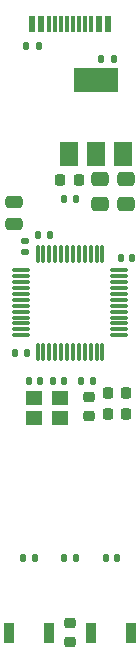
<source format=gtp>
%TF.GenerationSoftware,KiCad,Pcbnew,(6.0.9-0)*%
%TF.CreationDate,2022-12-21T10:02:25+01:00*%
%TF.ProjectId,BluerPill,426c7565-7250-4696-9c6c-2e6b69636164,rev?*%
%TF.SameCoordinates,Original*%
%TF.FileFunction,Paste,Top*%
%TF.FilePolarity,Positive*%
%FSLAX46Y46*%
G04 Gerber Fmt 4.6, Leading zero omitted, Abs format (unit mm)*
G04 Created by KiCad (PCBNEW (6.0.9-0)) date 2022-12-21 10:02:25*
%MOMM*%
%LPD*%
G01*
G04 APERTURE LIST*
G04 Aperture macros list*
%AMRoundRect*
0 Rectangle with rounded corners*
0 $1 Rounding radius*
0 $2 $3 $4 $5 $6 $7 $8 $9 X,Y pos of 4 corners*
0 Add a 4 corners polygon primitive as box body*
4,1,4,$2,$3,$4,$5,$6,$7,$8,$9,$2,$3,0*
0 Add four circle primitives for the rounded corners*
1,1,$1+$1,$2,$3*
1,1,$1+$1,$4,$5*
1,1,$1+$1,$6,$7*
1,1,$1+$1,$8,$9*
0 Add four rect primitives between the rounded corners*
20,1,$1+$1,$2,$3,$4,$5,0*
20,1,$1+$1,$4,$5,$6,$7,0*
20,1,$1+$1,$6,$7,$8,$9,0*
20,1,$1+$1,$8,$9,$2,$3,0*%
G04 Aperture macros list end*
%ADD10RoundRect,0.225000X-0.225000X-0.250000X0.225000X-0.250000X0.225000X0.250000X-0.225000X0.250000X0*%
%ADD11R,0.900000X1.700000*%
%ADD12RoundRect,0.135000X-0.135000X-0.185000X0.135000X-0.185000X0.135000X0.185000X-0.135000X0.185000X0*%
%ADD13R,0.600000X1.450000*%
%ADD14R,0.300000X1.450000*%
%ADD15RoundRect,0.218750X-0.218750X-0.256250X0.218750X-0.256250X0.218750X0.256250X-0.218750X0.256250X0*%
%ADD16RoundRect,0.140000X-0.140000X-0.170000X0.140000X-0.170000X0.140000X0.170000X-0.140000X0.170000X0*%
%ADD17RoundRect,0.135000X0.135000X0.185000X-0.135000X0.185000X-0.135000X-0.185000X0.135000X-0.185000X0*%
%ADD18RoundRect,0.218750X-0.256250X0.218750X-0.256250X-0.218750X0.256250X-0.218750X0.256250X0.218750X0*%
%ADD19RoundRect,0.140000X0.140000X0.170000X-0.140000X0.170000X-0.140000X-0.170000X0.140000X-0.170000X0*%
%ADD20RoundRect,0.140000X-0.170000X0.140000X-0.170000X-0.140000X0.170000X-0.140000X0.170000X0.140000X0*%
%ADD21R,1.500000X2.000000*%
%ADD22R,3.800000X2.000000*%
%ADD23RoundRect,0.250000X0.475000X-0.250000X0.475000X0.250000X-0.475000X0.250000X-0.475000X-0.250000X0*%
%ADD24R,1.400000X1.200000*%
%ADD25RoundRect,0.075000X0.075000X-0.662500X0.075000X0.662500X-0.075000X0.662500X-0.075000X-0.662500X0*%
%ADD26RoundRect,0.075000X0.662500X-0.075000X0.662500X0.075000X-0.662500X0.075000X-0.662500X-0.075000X0*%
%ADD27RoundRect,0.250000X-0.475000X0.337500X-0.475000X-0.337500X0.475000X-0.337500X0.475000X0.337500X0*%
G04 APERTURE END LIST*
D10*
%TO.C,C7*%
X88918750Y-136421250D03*
X90468750Y-136421250D03*
%TD*%
D11*
%TO.C,SW2*%
X90917500Y-154940000D03*
X87517500Y-154940000D03*
%TD*%
D12*
%TO.C,R3*%
X88390000Y-106362500D03*
X89410000Y-106362500D03*
%TD*%
D11*
%TO.C,SW1*%
X80532500Y-154940000D03*
X83932500Y-154940000D03*
%TD*%
D13*
%TO.C,J3*%
X88975000Y-103422500D03*
X88175000Y-103422500D03*
D14*
X86975000Y-103422500D03*
X85975000Y-103422500D03*
X85475000Y-103422500D03*
X84475000Y-103422500D03*
D13*
X83275000Y-103422500D03*
X82475000Y-103422500D03*
X82475000Y-103422500D03*
X83275000Y-103422500D03*
D14*
X83975000Y-103422500D03*
X84975000Y-103422500D03*
X86475000Y-103422500D03*
X87475000Y-103422500D03*
D13*
X88175000Y-103422500D03*
X88975000Y-103422500D03*
%TD*%
D12*
%TO.C,R5*%
X85177500Y-118210000D03*
X86197500Y-118210000D03*
%TD*%
D15*
%TO.C,D1*%
X84900000Y-116622500D03*
X86475000Y-116622500D03*
%TD*%
D16*
%TO.C,C4*%
X81105000Y-131230000D03*
X82065000Y-131230000D03*
%TD*%
D12*
%TO.C,R6*%
X85215000Y-148590000D03*
X86235000Y-148590000D03*
%TD*%
D17*
%TO.C,R1*%
X82742500Y-148590000D03*
X81722500Y-148590000D03*
%TD*%
D18*
%TO.C,D2*%
X85725000Y-154152500D03*
X85725000Y-155727500D03*
%TD*%
D16*
%TO.C,C9*%
X82225000Y-133667500D03*
X83185000Y-133667500D03*
%TD*%
%TO.C,C8*%
X88737500Y-148590000D03*
X89697500Y-148590000D03*
%TD*%
%TO.C,C2*%
X90007500Y-123190000D03*
X90967500Y-123190000D03*
%TD*%
D19*
%TO.C,C5*%
X87633750Y-133667500D03*
X86673750Y-133667500D03*
%TD*%
D20*
%TO.C,C3*%
X81915000Y-121757500D03*
X81915000Y-122717500D03*
%TD*%
D21*
%TO.C,U2*%
X85610000Y-114400000D03*
X87910000Y-114400000D03*
D22*
X87910000Y-108100000D03*
D21*
X90210000Y-114400000D03*
%TD*%
D23*
%TO.C,C1*%
X80962500Y-120330000D03*
X80962500Y-118430000D03*
%TD*%
D12*
%TO.C,R2*%
X82992500Y-121285000D03*
X84012500Y-121285000D03*
%TD*%
D24*
%TO.C,Y1*%
X84920000Y-135040000D03*
X82720000Y-135040000D03*
X82720000Y-136740000D03*
X84920000Y-136740000D03*
%TD*%
D17*
%TO.C,R4*%
X83060000Y-105277500D03*
X82040000Y-105277500D03*
%TD*%
D18*
%TO.C,FB1*%
X87312500Y-134998750D03*
X87312500Y-136573750D03*
%TD*%
D25*
%TO.C,U1*%
X82975000Y-131162500D03*
X83475000Y-131162500D03*
X83975000Y-131162500D03*
X84475000Y-131162500D03*
X84975000Y-131162500D03*
X85475000Y-131162500D03*
X85975000Y-131162500D03*
X86475000Y-131162500D03*
X86975000Y-131162500D03*
X87475000Y-131162500D03*
X87975000Y-131162500D03*
X88475000Y-131162500D03*
D26*
X89887500Y-129750000D03*
X89887500Y-129250000D03*
X89887500Y-128750000D03*
X89887500Y-128250000D03*
X89887500Y-127750000D03*
X89887500Y-127250000D03*
X89887500Y-126750000D03*
X89887500Y-126250000D03*
X89887500Y-125750000D03*
X89887500Y-125250000D03*
X89887500Y-124750000D03*
X89887500Y-124250000D03*
D25*
X88475000Y-122837500D03*
X87975000Y-122837500D03*
X87475000Y-122837500D03*
X86975000Y-122837500D03*
X86475000Y-122837500D03*
X85975000Y-122837500D03*
X85475000Y-122837500D03*
X84975000Y-122837500D03*
X84475000Y-122837500D03*
X83975000Y-122837500D03*
X83475000Y-122837500D03*
X82975000Y-122837500D03*
D26*
X81562500Y-124250000D03*
X81562500Y-124750000D03*
X81562500Y-125250000D03*
X81562500Y-125750000D03*
X81562500Y-126250000D03*
X81562500Y-126750000D03*
X81562500Y-127250000D03*
X81562500Y-127750000D03*
X81562500Y-128250000D03*
X81562500Y-128750000D03*
X81562500Y-129250000D03*
X81562500Y-129750000D03*
%TD*%
D10*
%TO.C,C6*%
X88918750Y-134675000D03*
X90468750Y-134675000D03*
%TD*%
D19*
%TO.C,C10*%
X85252500Y-133667500D03*
X84292500Y-133667500D03*
%TD*%
D27*
%TO.C,C12*%
X88227500Y-116537500D03*
X88227500Y-118612500D03*
%TD*%
%TO.C,C11*%
X90450000Y-116537500D03*
X90450000Y-118612500D03*
%TD*%
M02*

</source>
